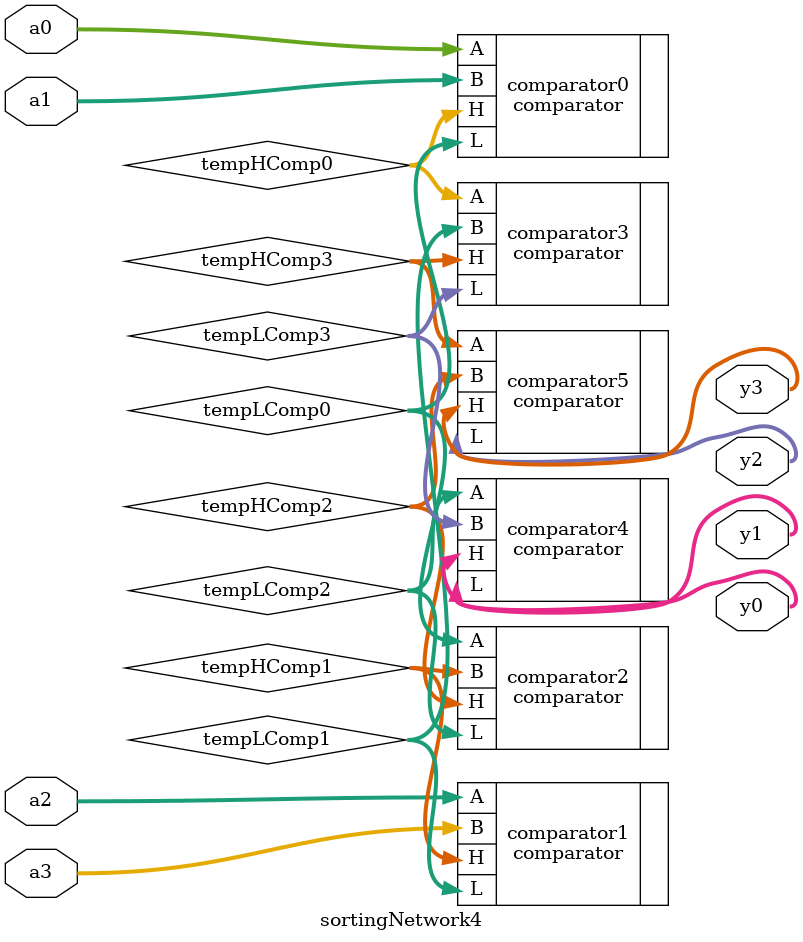
<source format=v>
module sortingNetwork4#(parameter WIDTH = 16)
(
	input [WIDTH-1:0]a0, 
	input	[WIDTH-1:0]a1,
	input	[WIDTH-1:0]a2,
	input	[WIDTH-1:0]a3,
	output [WIDTH-1:0]y0,
	output [WIDTH-1:0]y1,
	output [WIDTH-1:0]y2,
	output [WIDTH-1:0]y3
);

wire [WIDTH-1:0] tempLComp0;
wire [WIDTH-1:0] tempLComp1;
wire [WIDTH-1:0] tempLComp2;
wire [WIDTH-1:0] tempLComp3;

wire [WIDTH-1:0] tempHComp0;
wire [WIDTH-1:0] tempHComp1;
wire [WIDTH-1:0] tempHComp2;
wire [WIDTH-1:0] tempHComp3;

comparator#(.WIDTH(WIDTH)) comparator0
(
	.A(a0),
	.B(a1),
	.L(tempLComp0),
	.H(tempHComp0)
);

comparator#(.WIDTH(WIDTH)) comparator1
(
	.A(a2),
	.B(a3),
	.L(tempLComp1),
	.H(tempHComp1)
);

comparator#(.WIDTH(WIDTH)) comparator2
(
	.A(tempLComp0),
	.B(tempHComp1),
	.L(tempLComp2),
	.H(tempHComp2)
);

comparator#(.WIDTH(WIDTH)) comparator3
(
	.A(tempHComp0),
	.B(tempLComp1),
	.L(tempLComp3),
	.H(tempHComp3)
);
comparator#(.WIDTH(WIDTH)) comparator4
(
	.A(tempLComp2),
	.B(tempLComp3),
	.L(y0),
	.H(y1)
);

comparator#(.WIDTH(WIDTH)) comparator5
(
	.A(tempHComp3),
	.B(tempHComp2),
	.L(y2),
	.H(y3)
);

endmodule


</source>
